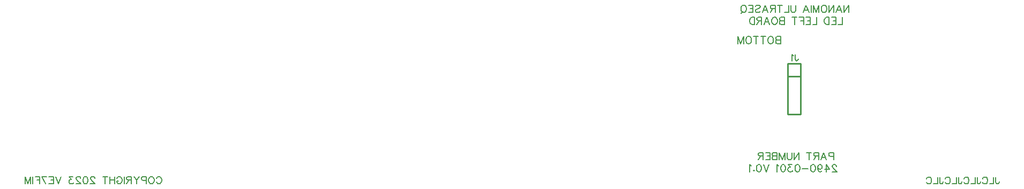
<source format=gbo>
G04 Layer: BottomSilkscreenLayer*
G04 EasyEDA v6.5.34, 2023-08-10 19:26:28*
G04 b0001c0d98ad43d6911fc97ed176d0b1,5a6b42c53f6a479593ecc07194224c93,10*
G04 Gerber Generator version 0.2*
G04 Scale: 100 percent, Rotated: No, Reflected: No *
G04 Dimensions in millimeters *
G04 leading zeros omitted , absolute positions ,4 integer and 5 decimal *
%FSLAX45Y45*%
%MOMM*%

%ADD10C,0.2032*%
%ADD11C,0.1520*%
%ADD12C,0.1524*%
%ADD13C,0.2540*%

%LPD*%
D10*
X4299686Y4792842D02*
G01*
X4305142Y4803752D01*
X4316051Y4814661D01*
X4326958Y4820114D01*
X4348777Y4820114D01*
X4359686Y4814661D01*
X4370595Y4803752D01*
X4376051Y4792842D01*
X4381505Y4776480D01*
X4381505Y4749208D01*
X4376051Y4732842D01*
X4370595Y4721933D01*
X4359686Y4711024D01*
X4348777Y4705570D01*
X4326958Y4705570D01*
X4316051Y4711024D01*
X4305142Y4721933D01*
X4299686Y4732842D01*
X4230959Y4820114D02*
G01*
X4241868Y4814661D01*
X4252777Y4803752D01*
X4258233Y4792842D01*
X4263687Y4776480D01*
X4263687Y4749208D01*
X4258233Y4732842D01*
X4252777Y4721933D01*
X4241868Y4711024D01*
X4230959Y4705570D01*
X4209140Y4705570D01*
X4198233Y4711024D01*
X4187324Y4721933D01*
X4181868Y4732842D01*
X4176415Y4749208D01*
X4176415Y4776480D01*
X4181868Y4792842D01*
X4187324Y4803752D01*
X4198233Y4814661D01*
X4209140Y4820114D01*
X4230959Y4820114D01*
X4140415Y4820114D02*
G01*
X4140415Y4705570D01*
X4140415Y4820114D02*
G01*
X4091322Y4820114D01*
X4074960Y4814661D01*
X4069506Y4809208D01*
X4064050Y4798298D01*
X4064050Y4781933D01*
X4069506Y4771024D01*
X4074960Y4765570D01*
X4091322Y4760114D01*
X4140415Y4760114D01*
X4028051Y4820114D02*
G01*
X3984414Y4765570D01*
X3984414Y4705570D01*
X3940779Y4820114D02*
G01*
X3984414Y4765570D01*
X3904777Y4820114D02*
G01*
X3904777Y4705570D01*
X3904777Y4820114D02*
G01*
X3855686Y4820114D01*
X3839324Y4814661D01*
X3833870Y4809208D01*
X3828415Y4798298D01*
X3828415Y4787389D01*
X3833870Y4776480D01*
X3839324Y4771024D01*
X3855686Y4765570D01*
X3904777Y4765570D01*
X3866596Y4765570D02*
G01*
X3828415Y4705570D01*
X3792415Y4820114D02*
G01*
X3792415Y4705570D01*
X3674597Y4792842D02*
G01*
X3680051Y4803752D01*
X3690960Y4814661D01*
X3701869Y4820114D01*
X3723688Y4820114D01*
X3734597Y4814661D01*
X3745506Y4803752D01*
X3750960Y4792842D01*
X3756416Y4776480D01*
X3756416Y4749208D01*
X3750960Y4732842D01*
X3745506Y4721933D01*
X3734597Y4711024D01*
X3723688Y4705570D01*
X3701869Y4705570D01*
X3690960Y4711024D01*
X3680051Y4721933D01*
X3674597Y4732842D01*
X3674597Y4749208D01*
X3701869Y4749208D02*
G01*
X3674597Y4749208D01*
X3638598Y4820114D02*
G01*
X3638598Y4705570D01*
X3562233Y4820114D02*
G01*
X3562233Y4705570D01*
X3638598Y4765570D02*
G01*
X3562233Y4765570D01*
X3488052Y4820114D02*
G01*
X3488052Y4705570D01*
X3526233Y4820114D02*
G01*
X3449871Y4820114D01*
X3324415Y4792842D02*
G01*
X3324415Y4798298D01*
X3318962Y4809208D01*
X3313506Y4814661D01*
X3302596Y4820114D01*
X3280780Y4820114D01*
X3269871Y4814661D01*
X3264415Y4809208D01*
X3258962Y4798298D01*
X3258962Y4787389D01*
X3264415Y4776480D01*
X3275324Y4760114D01*
X3329871Y4705570D01*
X3253506Y4705570D01*
X3184779Y4820114D02*
G01*
X3201144Y4814661D01*
X3212053Y4798298D01*
X3217506Y4771024D01*
X3217506Y4754661D01*
X3212053Y4727389D01*
X3201144Y4711024D01*
X3184779Y4705570D01*
X3173872Y4705570D01*
X3157507Y4711024D01*
X3146597Y4727389D01*
X3141144Y4754661D01*
X3141144Y4771024D01*
X3146597Y4798298D01*
X3157507Y4814661D01*
X3173872Y4820114D01*
X3184779Y4820114D01*
X3099688Y4792842D02*
G01*
X3099688Y4798298D01*
X3094235Y4809208D01*
X3088779Y4814661D01*
X3077870Y4820114D01*
X3056054Y4820114D01*
X3045145Y4814661D01*
X3039689Y4809208D01*
X3034235Y4798298D01*
X3034235Y4787389D01*
X3039689Y4776480D01*
X3050598Y4760114D01*
X3105144Y4705570D01*
X3028779Y4705570D01*
X2981871Y4820114D02*
G01*
X2921871Y4820114D01*
X2954599Y4776480D01*
X2938236Y4776480D01*
X2927327Y4771024D01*
X2921871Y4765570D01*
X2916417Y4749208D01*
X2916417Y4738298D01*
X2921871Y4721933D01*
X2932780Y4711024D01*
X2949143Y4705570D01*
X2965508Y4705570D01*
X2981871Y4711024D01*
X2987327Y4716480D01*
X2992780Y4727389D01*
X2796418Y4820114D02*
G01*
X2752780Y4705570D01*
X2709143Y4820114D02*
G01*
X2752780Y4705570D01*
X2673144Y4820114D02*
G01*
X2673144Y4705570D01*
X2673144Y4820114D02*
G01*
X2602235Y4820114D01*
X2673144Y4765570D02*
G01*
X2629509Y4765570D01*
X2673144Y4705570D02*
G01*
X2602235Y4705570D01*
X2489873Y4820114D02*
G01*
X2544417Y4705570D01*
X2566235Y4820114D02*
G01*
X2489873Y4820114D01*
X2453873Y4820114D02*
G01*
X2453873Y4705570D01*
X2453873Y4820114D02*
G01*
X2382964Y4820114D01*
X2453873Y4765570D02*
G01*
X2410236Y4765570D01*
X2346962Y4820114D02*
G01*
X2346962Y4705570D01*
X2310963Y4820114D02*
G01*
X2310963Y4705570D01*
X2310963Y4820114D02*
G01*
X2267328Y4705570D01*
X2223691Y4820114D02*
G01*
X2267328Y4705570D01*
X2223691Y4820114D02*
G01*
X2223691Y4705570D01*
D11*
X17562956Y4814351D02*
G01*
X17562956Y4731224D01*
X17568153Y4715637D01*
X17573348Y4710442D01*
X17583739Y4705248D01*
X17594130Y4705248D01*
X17604521Y4710442D01*
X17609718Y4715637D01*
X17614912Y4731224D01*
X17614912Y4741616D01*
X17528666Y4814351D02*
G01*
X17528666Y4705248D01*
X17528666Y4705248D02*
G01*
X17466322Y4705248D01*
X17354100Y4788374D02*
G01*
X17359297Y4798766D01*
X17369688Y4809157D01*
X17380077Y4814351D01*
X17400859Y4814351D01*
X17411250Y4809157D01*
X17421641Y4798766D01*
X17426838Y4788374D01*
X17432032Y4772787D01*
X17432032Y4746810D01*
X17426838Y4731224D01*
X17421641Y4720833D01*
X17411250Y4710442D01*
X17400859Y4705248D01*
X17380077Y4705248D01*
X17369688Y4710442D01*
X17359297Y4720833D01*
X17354100Y4731224D01*
X17267857Y4814351D02*
G01*
X17267857Y4731224D01*
X17273051Y4715637D01*
X17278248Y4710442D01*
X17288636Y4705248D01*
X17299028Y4705248D01*
X17309419Y4710442D01*
X17314616Y4715637D01*
X17319810Y4731224D01*
X17319810Y4741616D01*
X17233567Y4814351D02*
G01*
X17233567Y4705248D01*
X17233567Y4705248D02*
G01*
X17171220Y4705248D01*
X17058998Y4788374D02*
G01*
X17064194Y4798766D01*
X17074586Y4809157D01*
X17084977Y4814351D01*
X17105756Y4814351D01*
X17116148Y4809157D01*
X17126539Y4798766D01*
X17131736Y4788374D01*
X17136930Y4772787D01*
X17136930Y4746810D01*
X17131736Y4731224D01*
X17126539Y4720833D01*
X17116148Y4710442D01*
X17105756Y4705248D01*
X17084977Y4705248D01*
X17074586Y4710442D01*
X17064194Y4720833D01*
X17058998Y4731224D01*
X16972754Y4814351D02*
G01*
X16972754Y4731224D01*
X16977949Y4715637D01*
X16983146Y4710442D01*
X16993537Y4705248D01*
X17003928Y4705248D01*
X17014316Y4710442D01*
X17019513Y4715637D01*
X17024708Y4731224D01*
X17024708Y4741616D01*
X16938464Y4814351D02*
G01*
X16938464Y4705248D01*
X16938464Y4705248D02*
G01*
X16876118Y4705248D01*
X16763898Y4788374D02*
G01*
X16769092Y4798766D01*
X16779483Y4809157D01*
X16789874Y4814351D01*
X16810657Y4814351D01*
X16821048Y4809157D01*
X16831436Y4798766D01*
X16836633Y4788374D01*
X16841828Y4772787D01*
X16841828Y4746810D01*
X16836633Y4731224D01*
X16831436Y4720833D01*
X16821048Y4710442D01*
X16810657Y4705248D01*
X16789874Y4705248D01*
X16779483Y4710442D01*
X16769092Y4720833D01*
X16763898Y4731224D01*
X16677652Y4814351D02*
G01*
X16677652Y4731224D01*
X16682847Y4715637D01*
X16688043Y4710442D01*
X16698434Y4705248D01*
X16708826Y4705248D01*
X16719217Y4710442D01*
X16724411Y4715637D01*
X16729608Y4731224D01*
X16729608Y4741616D01*
X16643362Y4814351D02*
G01*
X16643362Y4705248D01*
X16643362Y4705248D02*
G01*
X16581018Y4705248D01*
X16468796Y4788374D02*
G01*
X16473990Y4798766D01*
X16484381Y4809157D01*
X16494772Y4814351D01*
X16515554Y4814351D01*
X16525946Y4809157D01*
X16536337Y4798766D01*
X16541531Y4788374D01*
X16546728Y4772787D01*
X16546728Y4746810D01*
X16541531Y4731224D01*
X16536337Y4720833D01*
X16525946Y4710442D01*
X16515554Y4705248D01*
X16494772Y4705248D01*
X16484381Y4710442D01*
X16473990Y4720833D01*
X16468796Y4731224D01*
D10*
X15240000Y7537889D02*
G01*
X15240000Y7423345D01*
X15240000Y7537889D02*
G01*
X15163637Y7423345D01*
X15163637Y7537889D02*
G01*
X15163637Y7423345D01*
X15084000Y7537889D02*
G01*
X15127635Y7423345D01*
X15084000Y7537889D02*
G01*
X15040363Y7423345D01*
X15111272Y7461526D02*
G01*
X15056728Y7461526D01*
X15004364Y7537889D02*
G01*
X15004364Y7423345D01*
X15004364Y7537889D02*
G01*
X14928001Y7423345D01*
X14928001Y7537889D02*
G01*
X14928001Y7423345D01*
X14859274Y7537889D02*
G01*
X14870183Y7532436D01*
X14881090Y7521526D01*
X14886546Y7510617D01*
X14891999Y7494254D01*
X14891999Y7466982D01*
X14886546Y7450617D01*
X14881090Y7439708D01*
X14870183Y7428798D01*
X14859274Y7423345D01*
X14837455Y7423345D01*
X14826546Y7428798D01*
X14815637Y7439708D01*
X14810183Y7450617D01*
X14804727Y7466982D01*
X14804727Y7494254D01*
X14810183Y7510617D01*
X14815637Y7521526D01*
X14826546Y7532436D01*
X14837455Y7537889D01*
X14859274Y7537889D01*
X14768728Y7537889D02*
G01*
X14768728Y7423345D01*
X14768728Y7537889D02*
G01*
X14725091Y7423345D01*
X14681456Y7537889D02*
G01*
X14725091Y7423345D01*
X14681456Y7537889D02*
G01*
X14681456Y7423345D01*
X14645454Y7537889D02*
G01*
X14645454Y7423345D01*
X14565820Y7537889D02*
G01*
X14609455Y7423345D01*
X14565820Y7537889D02*
G01*
X14522183Y7423345D01*
X14593092Y7461526D02*
G01*
X14538545Y7461526D01*
X14402183Y7537889D02*
G01*
X14402183Y7456073D01*
X14396730Y7439708D01*
X14385820Y7428798D01*
X14369455Y7423345D01*
X14358546Y7423345D01*
X14342183Y7428798D01*
X14331274Y7439708D01*
X14325820Y7456073D01*
X14325820Y7537889D01*
X14289819Y7537889D02*
G01*
X14289819Y7423345D01*
X14289819Y7423345D02*
G01*
X14224365Y7423345D01*
X14150185Y7537889D02*
G01*
X14150185Y7423345D01*
X14188366Y7537889D02*
G01*
X14112001Y7537889D01*
X14076001Y7537889D02*
G01*
X14076001Y7423345D01*
X14076001Y7537889D02*
G01*
X14026911Y7537889D01*
X14010548Y7532436D01*
X14005092Y7526982D01*
X13999639Y7516073D01*
X13999639Y7505164D01*
X14005092Y7494254D01*
X14010548Y7488798D01*
X14026911Y7483345D01*
X14076001Y7483345D01*
X14037820Y7483345D02*
G01*
X13999639Y7423345D01*
X13920002Y7537889D02*
G01*
X13963639Y7423345D01*
X13920002Y7537889D02*
G01*
X13876365Y7423345D01*
X13947274Y7461526D02*
G01*
X13892730Y7461526D01*
X13764003Y7521526D02*
G01*
X13774912Y7532436D01*
X13791275Y7537889D01*
X13813094Y7537889D01*
X13829456Y7532436D01*
X13840366Y7521526D01*
X13840366Y7510617D01*
X13834912Y7499708D01*
X13829456Y7494254D01*
X13818547Y7488798D01*
X13785822Y7477889D01*
X13774912Y7472436D01*
X13769456Y7466982D01*
X13764003Y7456073D01*
X13764003Y7439708D01*
X13774912Y7428798D01*
X13791275Y7423345D01*
X13813094Y7423345D01*
X13829456Y7428798D01*
X13840366Y7439708D01*
X13728004Y7537889D02*
G01*
X13728004Y7423345D01*
X13728004Y7537889D02*
G01*
X13657094Y7537889D01*
X13728004Y7483345D02*
G01*
X13684366Y7483345D01*
X13728004Y7423345D02*
G01*
X13657094Y7423345D01*
X13588367Y7537889D02*
G01*
X13599276Y7532436D01*
X13610186Y7521526D01*
X13615639Y7510617D01*
X13621092Y7494254D01*
X13621092Y7466982D01*
X13615639Y7450617D01*
X13610186Y7439708D01*
X13599276Y7428798D01*
X13588367Y7423345D01*
X13566548Y7423345D01*
X13555639Y7428798D01*
X13544730Y7439708D01*
X13539276Y7450617D01*
X13533821Y7466982D01*
X13533821Y7494254D01*
X13539276Y7510617D01*
X13544730Y7521526D01*
X13555639Y7532436D01*
X13566548Y7537889D01*
X13588367Y7537889D01*
X13572002Y7445164D02*
G01*
X13539276Y7412436D01*
X15138400Y7347389D02*
G01*
X15138400Y7232845D01*
X15138400Y7232845D02*
G01*
X15072946Y7232845D01*
X15036944Y7347389D02*
G01*
X15036944Y7232845D01*
X15036944Y7347389D02*
G01*
X14966035Y7347389D01*
X15036944Y7292845D02*
G01*
X14993310Y7292845D01*
X15036944Y7232845D02*
G01*
X14966035Y7232845D01*
X14930036Y7347389D02*
G01*
X14930036Y7232845D01*
X14930036Y7347389D02*
G01*
X14891854Y7347389D01*
X14875492Y7341936D01*
X14864582Y7331026D01*
X14859127Y7320117D01*
X14853673Y7303754D01*
X14853673Y7276482D01*
X14859127Y7260117D01*
X14864582Y7249208D01*
X14875492Y7238298D01*
X14891854Y7232845D01*
X14930036Y7232845D01*
X14733673Y7347389D02*
G01*
X14733673Y7232845D01*
X14733673Y7232845D02*
G01*
X14668218Y7232845D01*
X14632218Y7347389D02*
G01*
X14632218Y7232845D01*
X14632218Y7347389D02*
G01*
X14561309Y7347389D01*
X14632218Y7292845D02*
G01*
X14588583Y7292845D01*
X14632218Y7232845D02*
G01*
X14561309Y7232845D01*
X14525310Y7347389D02*
G01*
X14525310Y7232845D01*
X14525310Y7347389D02*
G01*
X14454400Y7347389D01*
X14525310Y7292845D02*
G01*
X14481672Y7292845D01*
X14380220Y7347389D02*
G01*
X14380220Y7232845D01*
X14418401Y7347389D02*
G01*
X14342038Y7347389D01*
X14222039Y7347389D02*
G01*
X14222039Y7232845D01*
X14222039Y7347389D02*
G01*
X14172948Y7347389D01*
X14156583Y7341936D01*
X14151129Y7336482D01*
X14145674Y7325573D01*
X14145674Y7314664D01*
X14151129Y7303754D01*
X14156583Y7298298D01*
X14172948Y7292845D01*
X14222039Y7292845D02*
G01*
X14172948Y7292845D01*
X14156583Y7287389D01*
X14151129Y7281936D01*
X14145674Y7271026D01*
X14145674Y7254664D01*
X14151129Y7243754D01*
X14156583Y7238298D01*
X14172948Y7232845D01*
X14222039Y7232845D01*
X14076946Y7347389D02*
G01*
X14087856Y7341936D01*
X14098765Y7331026D01*
X14104221Y7320117D01*
X14109674Y7303754D01*
X14109674Y7276482D01*
X14104221Y7260117D01*
X14098765Y7249208D01*
X14087856Y7238298D01*
X14076946Y7232845D01*
X14055130Y7232845D01*
X14044221Y7238298D01*
X14033312Y7249208D01*
X14027856Y7260117D01*
X14022402Y7276482D01*
X14022402Y7303754D01*
X14027856Y7320117D01*
X14033312Y7331026D01*
X14044221Y7341936D01*
X14055130Y7347389D01*
X14076946Y7347389D01*
X13942766Y7347389D02*
G01*
X13986403Y7232845D01*
X13942766Y7347389D02*
G01*
X13899128Y7232845D01*
X13970038Y7271026D02*
G01*
X13915494Y7271026D01*
X13863129Y7347389D02*
G01*
X13863129Y7232845D01*
X13863129Y7347389D02*
G01*
X13814038Y7347389D01*
X13797676Y7341936D01*
X13792220Y7336482D01*
X13786766Y7325573D01*
X13786766Y7314664D01*
X13792220Y7303754D01*
X13797676Y7298298D01*
X13814038Y7292845D01*
X13863129Y7292845D01*
X13824948Y7292845D02*
G01*
X13786766Y7232845D01*
X13750767Y7347389D02*
G01*
X13750767Y7232845D01*
X13750767Y7347389D02*
G01*
X13712583Y7347389D01*
X13696221Y7341936D01*
X13685311Y7331026D01*
X13679858Y7320117D01*
X13674402Y7303754D01*
X13674402Y7276482D01*
X13679858Y7260117D01*
X13685311Y7249208D01*
X13696221Y7238298D01*
X13712583Y7232845D01*
X13750767Y7232845D01*
X14160500Y7042589D02*
G01*
X14160500Y6928045D01*
X14160500Y7042589D02*
G01*
X14111409Y7042589D01*
X14095046Y7037136D01*
X14089590Y7031682D01*
X14084137Y7020773D01*
X14084137Y7009864D01*
X14089590Y6998954D01*
X14095046Y6993498D01*
X14111409Y6988045D01*
X14160500Y6988045D02*
G01*
X14111409Y6988045D01*
X14095046Y6982589D01*
X14089590Y6977136D01*
X14084137Y6966226D01*
X14084137Y6949864D01*
X14089590Y6938954D01*
X14095046Y6933498D01*
X14111409Y6928045D01*
X14160500Y6928045D01*
X14015410Y7042589D02*
G01*
X14026319Y7037136D01*
X14037228Y7026226D01*
X14042682Y7015317D01*
X14048135Y6998954D01*
X14048135Y6971682D01*
X14042682Y6955317D01*
X14037228Y6944408D01*
X14026319Y6933498D01*
X14015410Y6928045D01*
X13993591Y6928045D01*
X13982682Y6933498D01*
X13971772Y6944408D01*
X13966319Y6955317D01*
X13960863Y6971682D01*
X13960863Y6998954D01*
X13966319Y7015317D01*
X13971772Y7026226D01*
X13982682Y7037136D01*
X13993591Y7042589D01*
X14015410Y7042589D01*
X13886682Y7042589D02*
G01*
X13886682Y6928045D01*
X13924864Y7042589D02*
G01*
X13848501Y7042589D01*
X13774318Y7042589D02*
G01*
X13774318Y6928045D01*
X13812499Y7042589D02*
G01*
X13736137Y7042589D01*
X13667409Y7042589D02*
G01*
X13678319Y7037136D01*
X13689228Y7026226D01*
X13694681Y7015317D01*
X13700137Y6998954D01*
X13700137Y6971682D01*
X13694681Y6955317D01*
X13689228Y6944408D01*
X13678319Y6933498D01*
X13667409Y6928045D01*
X13645591Y6928045D01*
X13634681Y6933498D01*
X13623772Y6944408D01*
X13618319Y6955317D01*
X13612865Y6971682D01*
X13612865Y6998954D01*
X13618319Y7015317D01*
X13623772Y7026226D01*
X13634681Y7037136D01*
X13645591Y7042589D01*
X13667409Y7042589D01*
X13576863Y7042589D02*
G01*
X13576863Y6928045D01*
X13576863Y7042589D02*
G01*
X13533229Y6928045D01*
X13489592Y7042589D02*
G01*
X13533229Y6928045D01*
X13489592Y7042589D02*
G01*
X13489592Y6928045D01*
X15044046Y4983317D02*
G01*
X15044046Y4988773D01*
X15038590Y4999682D01*
X15033137Y5005136D01*
X15022228Y5010589D01*
X15000409Y5010589D01*
X14989500Y5005136D01*
X14984046Y4999682D01*
X14978590Y4988773D01*
X14978590Y4977864D01*
X14984046Y4966954D01*
X14994953Y4950589D01*
X15049500Y4896045D01*
X14973137Y4896045D01*
X14882591Y5010589D02*
G01*
X14937135Y4934226D01*
X14855319Y4934226D01*
X14882591Y5010589D02*
G01*
X14882591Y4896045D01*
X14748410Y4972408D02*
G01*
X14753864Y4956045D01*
X14764773Y4945136D01*
X14781136Y4939682D01*
X14786592Y4939682D01*
X14802954Y4945136D01*
X14813864Y4956045D01*
X14819317Y4972408D01*
X14819317Y4977864D01*
X14813864Y4994226D01*
X14802954Y5005136D01*
X14786592Y5010589D01*
X14781136Y5010589D01*
X14764773Y5005136D01*
X14753864Y4994226D01*
X14748410Y4972408D01*
X14748410Y4945136D01*
X14753864Y4917864D01*
X14764773Y4901498D01*
X14781136Y4896045D01*
X14792045Y4896045D01*
X14808410Y4901498D01*
X14813864Y4912408D01*
X14679683Y5010589D02*
G01*
X14696046Y5005136D01*
X14706955Y4988773D01*
X14712408Y4961498D01*
X14712408Y4945136D01*
X14706955Y4917864D01*
X14696046Y4901498D01*
X14679683Y4896045D01*
X14668774Y4896045D01*
X14652409Y4901498D01*
X14641499Y4917864D01*
X14636046Y4945136D01*
X14636046Y4961498D01*
X14641499Y4988773D01*
X14652409Y5005136D01*
X14668774Y5010589D01*
X14679683Y5010589D01*
X14600047Y4945136D02*
G01*
X14501865Y4945136D01*
X14433138Y5010589D02*
G01*
X14449501Y5005136D01*
X14460410Y4988773D01*
X14465863Y4961498D01*
X14465863Y4945136D01*
X14460410Y4917864D01*
X14449501Y4901498D01*
X14433138Y4896045D01*
X14422229Y4896045D01*
X14405863Y4901498D01*
X14394954Y4917864D01*
X14389501Y4945136D01*
X14389501Y4961498D01*
X14394954Y4988773D01*
X14405863Y5005136D01*
X14422229Y5010589D01*
X14433138Y5010589D01*
X14342592Y5010589D02*
G01*
X14282592Y5010589D01*
X14315320Y4966954D01*
X14298955Y4966954D01*
X14288046Y4961498D01*
X14282592Y4956045D01*
X14277136Y4939682D01*
X14277136Y4928773D01*
X14282592Y4912408D01*
X14293502Y4901498D01*
X14309864Y4896045D01*
X14326229Y4896045D01*
X14342592Y4901498D01*
X14348045Y4906954D01*
X14353501Y4917864D01*
X14208412Y5010589D02*
G01*
X14224774Y5005136D01*
X14235684Y4988773D01*
X14241137Y4961498D01*
X14241137Y4945136D01*
X14235684Y4917864D01*
X14224774Y4901498D01*
X14208412Y4896045D01*
X14197502Y4896045D01*
X14181137Y4901498D01*
X14170228Y4917864D01*
X14164774Y4945136D01*
X14164774Y4961498D01*
X14170228Y4988773D01*
X14181137Y5005136D01*
X14197502Y5010589D01*
X14208412Y5010589D01*
X14128775Y4988773D02*
G01*
X14117866Y4994226D01*
X14101500Y5010589D01*
X14101500Y4896045D01*
X13981501Y5010589D02*
G01*
X13937866Y4896045D01*
X13894229Y5010589D02*
G01*
X13937866Y4896045D01*
X13825501Y5010589D02*
G01*
X13841867Y5005136D01*
X13852773Y4988773D01*
X13858229Y4961498D01*
X13858229Y4945136D01*
X13852773Y4917864D01*
X13841867Y4901498D01*
X13825501Y4896045D01*
X13814592Y4896045D01*
X13798229Y4901498D01*
X13787320Y4917864D01*
X13781867Y4945136D01*
X13781867Y4961498D01*
X13787320Y4988773D01*
X13798229Y5005136D01*
X13814592Y5010589D01*
X13825501Y5010589D01*
X13740411Y4923317D02*
G01*
X13745865Y4917864D01*
X13740411Y4912408D01*
X13734956Y4917864D01*
X13740411Y4923317D01*
X13698956Y4988773D02*
G01*
X13688047Y4994226D01*
X13671684Y5010589D01*
X13671684Y4896045D01*
X14998700Y5201064D02*
G01*
X14998700Y5086520D01*
X14998700Y5201064D02*
G01*
X14949609Y5201064D01*
X14933246Y5195610D01*
X14927790Y5190157D01*
X14922337Y5179247D01*
X14922337Y5162882D01*
X14927790Y5151973D01*
X14933246Y5146520D01*
X14949609Y5141064D01*
X14998700Y5141064D01*
X14842700Y5201064D02*
G01*
X14886335Y5086520D01*
X14842700Y5201064D02*
G01*
X14799063Y5086520D01*
X14869972Y5124701D02*
G01*
X14815428Y5124701D01*
X14763064Y5201064D02*
G01*
X14763064Y5086520D01*
X14763064Y5201064D02*
G01*
X14713973Y5201064D01*
X14697610Y5195610D01*
X14692155Y5190157D01*
X14686701Y5179247D01*
X14686701Y5168338D01*
X14692155Y5157429D01*
X14697610Y5151973D01*
X14713973Y5146520D01*
X14763064Y5146520D01*
X14724882Y5146520D02*
G01*
X14686701Y5086520D01*
X14612518Y5201064D02*
G01*
X14612518Y5086520D01*
X14650699Y5201064D02*
G01*
X14574337Y5201064D01*
X14454337Y5201064D02*
G01*
X14454337Y5086520D01*
X14454337Y5201064D02*
G01*
X14377974Y5086520D01*
X14377974Y5201064D02*
G01*
X14377974Y5086520D01*
X14341972Y5201064D02*
G01*
X14341972Y5119248D01*
X14336519Y5102882D01*
X14325610Y5091973D01*
X14309247Y5086520D01*
X14298338Y5086520D01*
X14281972Y5091973D01*
X14271066Y5102882D01*
X14265610Y5119248D01*
X14265610Y5201064D01*
X14229610Y5201064D02*
G01*
X14229610Y5086520D01*
X14229610Y5201064D02*
G01*
X14185973Y5086520D01*
X14142338Y5201064D02*
G01*
X14185973Y5086520D01*
X14142338Y5201064D02*
G01*
X14142338Y5086520D01*
X14106337Y5201064D02*
G01*
X14106337Y5086520D01*
X14106337Y5201064D02*
G01*
X14057246Y5201064D01*
X14040883Y5195610D01*
X14035430Y5190157D01*
X14029974Y5179247D01*
X14029974Y5168338D01*
X14035430Y5157429D01*
X14040883Y5151973D01*
X14057246Y5146520D01*
X14106337Y5146520D02*
G01*
X14057246Y5146520D01*
X14040883Y5141064D01*
X14035430Y5135610D01*
X14029974Y5124701D01*
X14029974Y5108338D01*
X14035430Y5097429D01*
X14040883Y5091973D01*
X14057246Y5086520D01*
X14106337Y5086520D01*
X13993975Y5201064D02*
G01*
X13993975Y5086520D01*
X13993975Y5201064D02*
G01*
X13923065Y5201064D01*
X13993975Y5146520D02*
G01*
X13950337Y5146520D01*
X13993975Y5086520D02*
G01*
X13923065Y5086520D01*
X13887066Y5201064D02*
G01*
X13887066Y5086520D01*
X13887066Y5201064D02*
G01*
X13837975Y5201064D01*
X13821610Y5195610D01*
X13816157Y5190157D01*
X13810701Y5179247D01*
X13810701Y5168338D01*
X13816157Y5157429D01*
X13821610Y5151973D01*
X13837975Y5146520D01*
X13887066Y5146520D01*
X13848885Y5146520D02*
G01*
X13810701Y5086520D01*
D12*
X14394446Y6755709D02*
G01*
X14394446Y6682981D01*
X14398990Y6669346D01*
X14403537Y6664799D01*
X14412628Y6660253D01*
X14421718Y6660253D01*
X14430809Y6664799D01*
X14435353Y6669346D01*
X14439900Y6682981D01*
X14439900Y6692071D01*
X14364446Y6737527D02*
G01*
X14355353Y6742071D01*
X14341718Y6755709D01*
X14341718Y6660253D01*
D13*
X14274800Y6407200D02*
G01*
X14465300Y6407200D01*
X14276400Y6610299D02*
G01*
X14276400Y5810300D01*
X14476399Y5810300D01*
X14476399Y6610299D01*
X14276400Y6610299D01*
M02*

</source>
